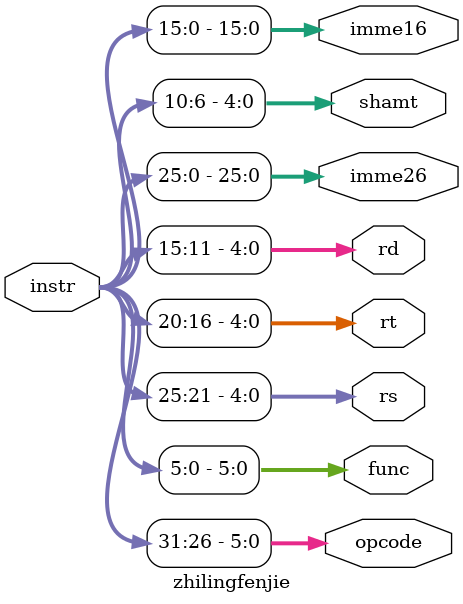
<source format=v>
`timescale 1ns / 1ps
module zhilingfenjie(
    input [31:0] instr,
    output [5:0] opcode,
    output [5:0] func,
    output [4:0] rs,
    output [4:0] rt,
    output [4:0] rd,
    output [25:0] imme26,
	 output [4:0] shamt,
    output [15:0] imme16
    ); 
	 
	 assign opcode=instr[31:26];
	 assign func=instr[5:0];
	 assign rs=instr[25:21];
	 assign rt=instr[20:16];
	 assign rd=instr[15:11];
	 assign shamt=instr[10:6];
	 assign imme26=instr[25:0];
	 assign imme16=instr[15:0];


endmodule

</source>
